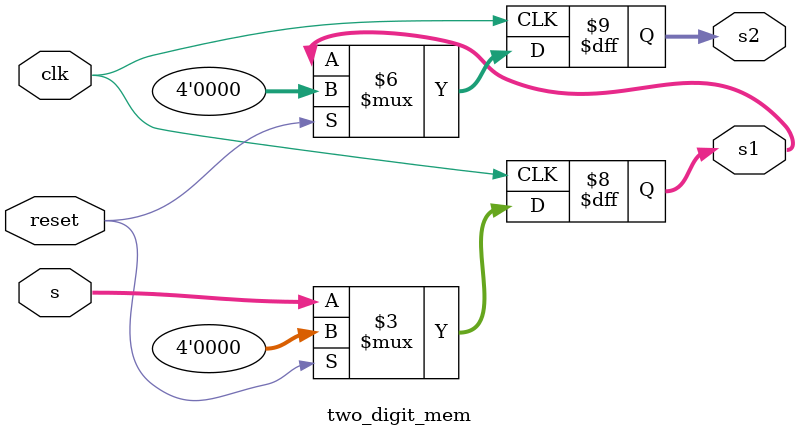
<source format=sv>
module two_digit_mem (input logic clk, reset,
                        input logic [3:0] s,
			//input logic pulse,
                        output logic [3:0] s1, s2);

        always_ff @(posedge clk)
        if (reset)   begin
                s2 <= 4'b0000;
                s1 <= 4'b0000;
        end
	else   begin
                s2 <= s1;
                s1 <= s;
        end 
	/*else if (pulse)      begin
                s2 <= s1;
                s1 <= s;
        end
	else 	begin
		s2 <= 4'b0000;
                s1 <= 4'b0000;
	end */

endmodule

</source>
